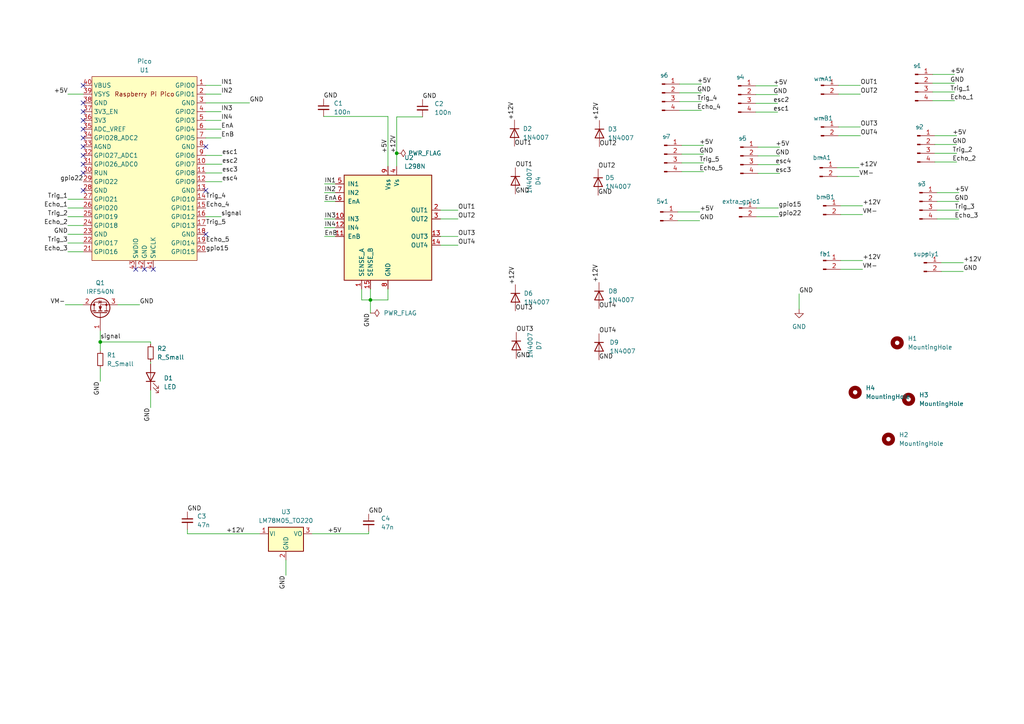
<source format=kicad_sch>
(kicad_sch (version 20230121) (generator eeschema)
  (paper "A4")
  (lib_symbols
    (symbol "Connector:Conn_01x02_Pin" (pin_names (offset 1.016) hide)
      (property "Reference" "J" (at 0 2.54 0))
      (property "Value" "Conn_01x02_Pin" (at 0 -5.08 0))
      (symbol "Conn_01x02_Pin_1_1"
        (polyline (pts (xy 1.27 -2.54) (xy 0.8636 -2.54)) (stroke (width 0.1524)))
        (polyline (pts (xy 1.27 0) (xy 0.8636 0)) (stroke (width 0.1524)))
        (rectangle (start 0.8636 -2.413) (end 0 -2.667) (stroke (width 0.1524)) (fill (type outline)))
        (rectangle (start 0.8636 0.127) (end 0 -0.127) (stroke (width 0.1524)) (fill (type outline)))
        (pin passive line (at 5.08 0 180) (length 3.81) (name "Pin_1") (number "1"))
        (pin passive line (at 5.08 -2.54 180) (length 3.81) (name "Pin_2") (number "2"))
      )
    )
    (symbol "Connector:Conn_01x04_Pin" (pin_names (offset 1.016) hide)
      (property "Reference" "J" (at 0 5.08 0))
      (property "Value" "Conn_01x04_Pin" (at 0 -7.62 0))
      (symbol "Conn_01x04_Pin_1_1"
        (polyline (pts (xy 1.27 -5.08) (xy 0.8636 -5.08)) (stroke (width 0.1524)))
        (polyline (pts (xy 1.27 -2.54) (xy 0.8636 -2.54)) (stroke (width 0.1524)))
        (polyline (pts (xy 1.27 0) (xy 0.8636 0)) (stroke (width 0.1524)))
        (polyline (pts (xy 1.27 2.54) (xy 0.8636 2.54)) (stroke (width 0.1524)))
        (rectangle (start 0.8636 -4.953) (end 0 -5.207) (stroke (width 0.1524)) (fill (type outline)))
        (rectangle (start 0.8636 -2.413) (end 0 -2.667) (stroke (width 0.1524)) (fill (type outline)))
        (rectangle (start 0.8636 0.127) (end 0 -0.127) (stroke (width 0.1524)) (fill (type outline)))
        (rectangle (start 0.8636 2.667) (end 0 2.413) (stroke (width 0.1524)) (fill (type outline)))
        (pin passive line (at 5.08 2.54 180) (length 3.81) (name "Pin_1") (number "1"))
        (pin passive line (at 5.08 0 180) (length 3.81) (name "Pin_2") (number "2"))
        (pin passive line (at 5.08 -2.54 180) (length 3.81) (name "Pin_3") (number "3"))
        (pin passive line (at 5.08 -5.08 180) (length 3.81) (name "Pin_4") (number "4"))
      )
    )
    (symbol "Device:C_Small" (pin_numbers hide) (pin_names (offset 0.254) hide)
      (property "Reference" "C" (at 0.254 1.778 0))
      (property "Value" "C_Small" (at 0.254 -2.032 0))
      (symbol "C_Small_0_1"
        (polyline (pts (xy -1.524 -0.508) (xy 1.524 -0.508)) (stroke (width 0.3302)))
        (polyline (pts (xy -1.524 0.508) (xy 1.524 0.508)) (stroke (width 0.3048)))
      )
      (symbol "C_Small_1_1"
        (pin passive line (at 0 2.54 270) (length 2.032) (name "~") (number "1"))
        (pin passive line (at 0 -2.54 90) (length 2.032) (name "~") (number "2"))
      )
    )
    (symbol "Device:LED" (pin_numbers hide) (pin_names (offset 1.016) hide)
      (property "Reference" "D" (at 0 2.54 0))
      (property "Value" "LED" (at 0 -2.54 0))
      (symbol "LED_0_1"
        (polyline (pts (xy -1.27 -1.27) (xy -1.27 1.27)) (stroke (width 0.254)))
        (polyline (pts (xy -1.27 0) (xy 1.27 0)))
        (polyline (pts (xy 1.27 -1.27) (xy 1.27 1.27) (xy -1.27 0) (xy 1.27 -1.27)) (stroke (width 0.254)))
        (polyline (pts (xy -3.048 -0.762) (xy -4.572 -2.286) (xy -3.81 -2.286) (xy -4.572 -2.286) (xy -4.572 -1.524)))
        (polyline (pts (xy -1.778 -0.762) (xy -3.302 -2.286) (xy -2.54 -2.286) (xy -3.302 -2.286) (xy -3.302 -1.524)))
      )
      (symbol "LED_1_1"
        (pin passive line (at -3.81 0 0) (length 2.54) (name "K") (number "1"))
        (pin passive line (at 3.81 0 180) (length 2.54) (name "A") (number "2"))
      )
    )
    (symbol "Device:R_Small" (pin_numbers hide) (pin_names (offset 0.254) hide)
      (property "Reference" "R" (at 0.762 0.508 0))
      (property "Value" "R_Small" (at 0.762 -1.016 0))
      (symbol "R_Small_0_1"
        (rectangle (start -0.762 1.778) (end 0.762 -1.778) (stroke (width 0.2032)))
      )
      (symbol "R_Small_1_1"
        (pin passive line (at 0 2.54 270) (length 0.762) (name "~") (number "1"))
        (pin passive line (at 0 -2.54 90) (length 0.762) (name "~") (number "2"))
      )
    )
    (symbol "Diode:1N4007" (pin_numbers hide) (pin_names hide)
      (property "Reference" "D" (at 0 2.54 0))
      (property "Value" "1N4007" (at 0 -2.54 0))
      (symbol "1N4007_0_1"
        (polyline (pts (xy -1.27 1.27) (xy -1.27 -1.27)) (stroke (width 0.254)))
        (polyline (pts (xy 1.27 0) (xy -1.27 0)))
        (polyline (pts (xy 1.27 1.27) (xy 1.27 -1.27) (xy -1.27 0) (xy 1.27 1.27)) (stroke (width 0.254)))
      )
      (symbol "1N4007_1_1"
        (pin passive line (at -3.81 0 0) (length 2.54) (name "K") (number "1"))
        (pin passive line (at 3.81 0 180) (length 2.54) (name "A") (number "2"))
      )
    )
    (symbol "Driver_Motor:L298N" (pin_names (offset 1.016))
      (property "Reference" "U" (at -10.16 16.51 0))
      (property "Value" "L298N" (at 12.7 16.51 0))
      (symbol "L298N_0_1"
        (rectangle (start -12.7 15.24) (end 12.7 -15.24) (stroke (width 0.254)) (fill (type background)))
      )
      (symbol "L298N_1_1"
        (pin power_in line (at -7.62 -17.78 90) (length 2.54) (name "SENSE_A") (number "1"))
        (pin input line (at -15.24 2.54 0) (length 2.54) (name "IN3") (number "10"))
        (pin input line (at -15.24 -2.54 0) (length 2.54) (name "EnB") (number "11"))
        (pin input line (at -15.24 0 0) (length 2.54) (name "IN4") (number "12"))
        (pin output line (at 15.24 -2.54 180) (length 2.54) (name "OUT3") (number "13"))
        (pin output line (at 15.24 -5.08 180) (length 2.54) (name "OUT4") (number "14"))
        (pin power_in line (at -5.08 -17.78 90) (length 2.54) (name "SENSE_B") (number "15"))
        (pin output line (at 15.24 5.08 180) (length 2.54) (name "OUT1") (number "2"))
        (pin output line (at 15.24 2.54 180) (length 2.54) (name "OUT2") (number "3"))
        (pin power_in line (at 2.54 17.78 270) (length 2.54) (name "Vs") (number "4"))
        (pin input line (at -15.24 12.7 0) (length 2.54) (name "IN1") (number "5"))
        (pin input line (at -15.24 7.62 0) (length 2.54) (name "EnA") (number "6"))
        (pin input line (at -15.24 10.16 0) (length 2.54) (name "IN2") (number "7"))
        (pin power_in line (at 0 -17.78 90) (length 2.54) (name "GND") (number "8"))
        (pin power_in line (at 0 17.78 270) (length 2.54) (name "Vss") (number "9"))
      )
    )
    (symbol "MCU_RaspberryPi_and_Boards_1:Pico"
      (property "Reference" "U" (at -13.97 27.94 0))
      (property "Value" "Pico" (at 0 19.05 0))
      (symbol "Pico_0_0"
        (text "Raspberry Pi Pico" (at 0 21.59 0) (effects (font (size 1.27 1.27))))
      )
      (symbol "Pico_0_1"
        (rectangle (start -15.24 26.67) (end 15.24 -26.67) (fill (type background)))
      )
      (symbol "Pico_1_1"
        (pin bidirectional line (at -17.78 24.13 0) (length 2.54) (name "GPIO0") (number "1"))
        (pin bidirectional line (at -17.78 1.27 0) (length 2.54) (name "GPIO7") (number "10"))
        (pin bidirectional line (at -17.78 -1.27 0) (length 2.54) (name "GPIO8") (number "11"))
        (pin bidirectional line (at -17.78 -3.81 0) (length 2.54) (name "GPIO9") (number "12"))
        (pin power_in line (at -17.78 -6.35 0) (length 2.54) (name "GND") (number "13"))
        (pin bidirectional line (at -17.78 -8.89 0) (length 2.54) (name "GPIO10") (number "14"))
        (pin bidirectional line (at -17.78 -11.43 0) (length 2.54) (name "GPIO11") (number "15"))
        (pin bidirectional line (at -17.78 -13.97 0) (length 2.54) (name "GPIO12") (number "16"))
        (pin bidirectional line (at -17.78 -16.51 0) (length 2.54) (name "GPIO13") (number "17"))
        (pin power_in line (at -17.78 -19.05 0) (length 2.54) (name "GND") (number "18"))
        (pin bidirectional line (at -17.78 -21.59 0) (length 2.54) (name "GPIO14") (number "19"))
        (pin bidirectional line (at -17.78 21.59 0) (length 2.54) (name "GPIO1") (number "2"))
        (pin bidirectional line (at -17.78 -24.13 0) (length 2.54) (name "GPIO15") (number "20"))
        (pin bidirectional line (at 17.78 -24.13 180) (length 2.54) (name "GPIO16") (number "21"))
        (pin bidirectional line (at 17.78 -21.59 180) (length 2.54) (name "GPIO17") (number "22"))
        (pin power_in line (at 17.78 -19.05 180) (length 2.54) (name "GND") (number "23"))
        (pin bidirectional line (at 17.78 -16.51 180) (length 2.54) (name "GPIO18") (number "24"))
        (pin bidirectional line (at 17.78 -13.97 180) (length 2.54) (name "GPIO19") (number "25"))
        (pin bidirectional line (at 17.78 -11.43 180) (length 2.54) (name "GPIO20") (number "26"))
        (pin bidirectional line (at 17.78 -8.89 180) (length 2.54) (name "GPIO21") (number "27"))
        (pin power_in line (at 17.78 -6.35 180) (length 2.54) (name "GND") (number "28"))
        (pin bidirectional line (at 17.78 -3.81 180) (length 2.54) (name "GPIO22") (number "29"))
        (pin power_in line (at -17.78 19.05 0) (length 2.54) (name "GND") (number "3"))
        (pin input line (at 17.78 -1.27 180) (length 2.54) (name "RUN") (number "30"))
        (pin bidirectional line (at 17.78 1.27 180) (length 2.54) (name "GPIO26_ADC0") (number "31"))
        (pin bidirectional line (at 17.78 3.81 180) (length 2.54) (name "GPIO27_ADC1") (number "32"))
        (pin power_in line (at 17.78 6.35 180) (length 2.54) (name "AGND") (number "33"))
        (pin bidirectional line (at 17.78 8.89 180) (length 2.54) (name "GPIO28_ADC2") (number "34"))
        (pin power_in line (at 17.78 11.43 180) (length 2.54) (name "ADC_VREF") (number "35"))
        (pin power_in line (at 17.78 13.97 180) (length 2.54) (name "3V3") (number "36"))
        (pin input line (at 17.78 16.51 180) (length 2.54) (name "3V3_EN") (number "37"))
        (pin bidirectional line (at 17.78 19.05 180) (length 2.54) (name "GND") (number "38"))
        (pin power_in line (at 17.78 21.59 180) (length 2.54) (name "VSYS") (number "39"))
        (pin bidirectional line (at -17.78 16.51 0) (length 2.54) (name "GPIO2") (number "4"))
        (pin power_in line (at 17.78 24.13 180) (length 2.54) (name "VBUS") (number "40"))
        (pin input line (at -2.54 -29.21 90) (length 2.54) (name "SWCLK") (number "41"))
        (pin power_in line (at 0 -29.21 90) (length 2.54) (name "GND") (number "42"))
        (pin bidirectional line (at 2.54 -29.21 90) (length 2.54) (name "SWDIO") (number "43"))
        (pin bidirectional line (at -17.78 13.97 0) (length 2.54) (name "GPIO3") (number "5"))
        (pin bidirectional line (at -17.78 11.43 0) (length 2.54) (name "GPIO4") (number "6"))
        (pin bidirectional line (at -17.78 8.89 0) (length 2.54) (name "GPIO5") (number "7"))
        (pin power_in line (at -17.78 6.35 0) (length 2.54) (name "GND") (number "8"))
        (pin bidirectional line (at -17.78 3.81 0) (length 2.54) (name "GPIO6") (number "9"))
      )
    )
    (symbol "Mechanical:MountingHole" (pin_names (offset 1.016))
      (property "Reference" "H" (at 0 5.08 0))
      (property "Value" "MountingHole" (at 0 3.175 0))
      (symbol "MountingHole_0_1"
        (circle (center 0 0) (radius 1.27) (stroke (width 1.27)))
      )
    )
    (symbol "Regulator_Linear:LM78M05_TO220" (pin_names (offset 0.254))
      (property "Reference" "U" (at -3.81 3.175 0))
      (property "Value" "LM78M05_TO220" (at 0 3.175 0))
      (symbol "LM78M05_TO220_0_1"
        (rectangle (start -5.08 1.905) (end 5.08 -5.08) (stroke (width 0.254)) (fill (type background)))
      )
      (symbol "LM78M05_TO220_1_1"
        (pin power_in line (at -7.62 0 0) (length 2.54) (name "VI") (number "1"))
        (pin power_in line (at 0 -7.62 90) (length 2.54) (name "GND") (number "2"))
        (pin power_out line (at 7.62 0 180) (length 2.54) (name "VO") (number "3"))
      )
    )
    (symbol "Transistor_FET:IRF540N" (pin_names hide)
      (property "Reference" "Q" (at 6.35 1.905 0))
      (property "Value" "IRF540N" (at 6.35 0 0))
      (symbol "IRF540N_0_1"
        (polyline (pts (xy 0.254 0) (xy -2.54 0)))
        (polyline (pts (xy 0.254 1.905) (xy 0.254 -1.905)) (stroke (width 0.254)))
        (polyline (pts (xy 0.762 -1.27) (xy 0.762 -2.286)) (stroke (width 0.254)))
        (polyline (pts (xy 0.762 0.508) (xy 0.762 -0.508)) (stroke (width 0.254)))
        (polyline (pts (xy 0.762 2.286) (xy 0.762 1.27)) (stroke (width 0.254)))
        (polyline (pts (xy 2.54 2.54) (xy 2.54 1.778)))
        (polyline (pts (xy 2.54 -2.54) (xy 2.54 0) (xy 0.762 0)))
        (polyline (pts (xy 0.762 -1.778) (xy 3.302 -1.778) (xy 3.302 1.778) (xy 0.762 1.778)))
        (polyline (pts (xy 1.016 0) (xy 2.032 0.381) (xy 2.032 -0.381) (xy 1.016 0)) (fill (type outline)))
        (polyline (pts (xy 2.794 0.508) (xy 2.921 0.381) (xy 3.683 0.381) (xy 3.81 0.254)))
        (polyline (pts (xy 3.302 0.381) (xy 2.921 -0.254) (xy 3.683 -0.254) (xy 3.302 0.381)))
        (circle (center 1.651 0) (radius 2.794) (stroke (width 0.254)))
        (circle (center 2.54 -1.778) (radius 0.254) (fill (type outline)))
        (circle (center 2.54 1.778) (radius 0.254) (fill (type outline)))
      )
      (symbol "IRF540N_1_1"
        (pin input line (at -5.08 0 0) (length 2.54) (name "G") (number "1"))
        (pin passive line (at 2.54 5.08 270) (length 2.54) (name "D") (number "2"))
        (pin passive line (at 2.54 -5.08 90) (length 2.54) (name "S") (number "3"))
      )
    )
    (symbol "power:GND" (power) (pin_names (offset 0))
      (property "Value" "GND" (at 0 -3.81 0))
      (symbol "GND_0_1"
        (polyline (pts (xy 0 0) (xy 0 -1.27) (xy 1.27 -1.27) (xy 0 -2.54) (xy -1.27 -1.27) (xy 0 -1.27)))
      )
      (symbol "GND_1_1"
        (pin power_in line (at 0 0 270) (length 0) hide (name "GND") (number "1"))
      )
    )
    (symbol "power:PWR_FLAG" (power) (pin_numbers hide) (pin_names (offset 0) hide)
      (property "Value" "PWR_FLAG" (at 0 3.81 0))
      (symbol "PWR_FLAG_0_0"
        (pin power_out line (at 0 0 90) (length 0) (name "pwr") (number "1"))
      )
      (symbol "PWR_FLAG_0_1"
        (polyline (pts (xy 0 0) (xy 0 1.27) (xy -1.016 1.905) (xy 0 2.54) (xy 1.016 1.905) (xy 0 1.27)))
      )
    )
  )
  (junction (at 107.442 86.995))
  (junction (at 115.062 44.45))
  (junction (at 29.083 99.187))
  (no_connect (at 41.91 78.105))
  (no_connect (at 24.13 32.385))
  (no_connect (at 39.37 78.105))
  (no_connect (at 24.13 40.005))
  (no_connect (at 24.13 24.765))
  (no_connect (at 24.13 34.925))
  (no_connect (at 44.45 78.105))
  (no_connect (at 24.13 42.545))
  (no_connect (at 24.13 37.465))
  (no_connect (at 24.13 55.245))
  (no_connect (at 59.69 42.545))
  (no_connect (at 24.13 50.165))
  (no_connect (at 59.69 67.945))
  (no_connect (at 24.13 47.625))
  (no_connect (at 24.13 29.845))
  (no_connect (at 24.13 45.085))
  (no_connect (at 59.69 55.245))
  (wire (pts (xy 270.51 26.67) (xy 276.86 26.67)))
  (wire (pts (xy 115.062 44.45) (xy 115.062 33.909)))
  (wire (pts (xy 243.84 78.105) (xy 250.19 78.105)))
  (wire (pts (xy 59.69 29.845) (xy 72.39 29.845)))
  (wire (pts (xy 24.13 57.785) (xy 19.685 57.785)))
  (wire (pts (xy 219.456 62.865) (xy 225.806 62.865)))
  (wire (pts (xy 112.522 33.782) (xy 93.853 33.782)))
  (wire (pts (xy 271.78 60.96) (xy 278.13 60.96)))
  (wire (pts (xy 43.688 99.187) (xy 43.688 99.822)))
  (wire (pts (xy 127.762 68.58) (xy 132.842 68.58)))
  (wire (pts (xy 271.78 55.88) (xy 278.13 55.88)))
  (wire (pts (xy 127.762 71.12) (xy 132.842 71.12)))
  (wire (pts (xy 24.13 62.865) (xy 19.685 62.865)))
  (wire (pts (xy 59.69 37.465) (xy 64.135 37.465)))
  (wire (pts (xy 197.104 29.464) (xy 203.454 29.464)))
  (wire (pts (xy 271.145 46.99) (xy 277.495 46.99)))
  (wire (pts (xy 219.837 42.672) (xy 226.187 42.672)))
  (wire (pts (xy 94.107 58.42) (xy 97.282 58.42)))
  (wire (pts (xy 219.202 27.432) (xy 225.552 27.432)))
  (wire (pts (xy 59.69 27.305) (xy 64.135 27.305)))
  (wire (pts (xy 112.522 83.82) (xy 112.522 86.995)))
  (wire (pts (xy 197.739 42.164) (xy 204.089 42.164)))
  (wire (pts (xy 59.69 47.625) (xy 64.389 47.625)))
  (wire (pts (xy 196.596 61.468) (xy 202.946 61.468)))
  (wire (pts (xy 59.69 62.865) (xy 64.135 62.865)))
  (wire (pts (xy 94.107 68.58) (xy 97.282 68.58)))
  (wire (pts (xy 271.78 63.5) (xy 278.13 63.5)))
  (wire (pts (xy 219.837 45.212) (xy 226.187 45.212)))
  (wire (pts (xy 29.083 99.187) (xy 43.688 99.187)))
  (wire (pts (xy 59.69 34.925) (xy 64.135 34.925)))
  (wire (pts (xy 29.083 96.012) (xy 29.083 99.187)))
  (wire (pts (xy 219.456 60.325) (xy 225.806 60.325)))
  (wire (pts (xy 59.69 52.705) (xy 64.389 52.705)))
  (wire (pts (xy 59.69 50.165) (xy 64.389 50.165)))
  (wire (pts (xy 43.688 104.902) (xy 43.688 105.537)))
  (wire (pts (xy 94.107 55.88) (xy 97.282 55.88)))
  (wire (pts (xy 271.145 41.91) (xy 277.495 41.91)))
  (wire (pts (xy 43.688 113.157) (xy 43.688 118.237)))
  (wire (pts (xy 112.522 33.782) (xy 112.522 48.26)))
  (wire (pts (xy 273.05 76.2) (xy 279.4 76.2)))
  (wire (pts (xy 115.062 44.45) (xy 115.062 48.26)))
  (wire (pts (xy 243.205 27.305) (xy 249.555 27.305)))
  (wire (pts (xy 196.596 64.008) (xy 202.946 64.008)))
  (wire (pts (xy 59.69 40.005) (xy 64.135 40.005)))
  (wire (pts (xy 54.356 154.813) (xy 54.356 153.543)))
  (wire (pts (xy 24.13 70.485) (xy 19.685 70.485)))
  (wire (pts (xy 107.442 86.995) (xy 112.522 86.995)))
  (wire (pts (xy 219.202 32.512) (xy 225.552 32.512)))
  (wire (pts (xy 243.205 36.83) (xy 249.555 36.83)))
  (wire (pts (xy 243.84 62.23) (xy 250.19 62.23)))
  (wire (pts (xy 24.13 73.025) (xy 19.685 73.025)))
  (wire (pts (xy 106.934 154.813) (xy 106.934 154.178)))
  (wire (pts (xy 34.163 88.392) (xy 40.513 88.392)))
  (wire (pts (xy 197.104 32.004) (xy 203.454 32.004)))
  (wire (pts (xy 29.083 106.807) (xy 29.083 110.617)))
  (wire (pts (xy 24.13 60.325) (xy 19.685 60.325)))
  (wire (pts (xy 219.837 50.292) (xy 226.187 50.292)))
  (wire (pts (xy 59.69 45.085) (xy 64.389 45.085)))
  (wire (pts (xy 197.739 47.244) (xy 204.089 47.244)))
  (wire (pts (xy 243.84 75.565) (xy 250.19 75.565)))
  (wire (pts (xy 104.902 83.82) (xy 104.902 86.995)))
  (wire (pts (xy 197.104 24.384) (xy 203.454 24.384)))
  (wire (pts (xy 127.762 63.5) (xy 132.842 63.5)))
  (wire (pts (xy 59.69 32.385) (xy 64.135 32.385)))
  (wire (pts (xy 242.824 51.181) (xy 249.174 51.181)))
  (wire (pts (xy 270.51 24.13) (xy 276.86 24.13)))
  (wire (pts (xy 243.205 39.37) (xy 249.555 39.37)))
  (wire (pts (xy 19.685 27.305) (xy 24.13 27.305)))
  (wire (pts (xy 19.685 67.945) (xy 24.13 67.945)))
  (wire (pts (xy 197.104 26.924) (xy 203.454 26.924)))
  (wire (pts (xy 242.824 48.641) (xy 249.174 48.641)))
  (wire (pts (xy 54.356 154.813) (xy 75.311 154.813)))
  (wire (pts (xy 243.205 24.765) (xy 249.555 24.765)))
  (wire (pts (xy 82.931 162.433) (xy 82.931 166.878)))
  (wire (pts (xy 107.442 83.82) (xy 107.442 86.995)))
  (wire (pts (xy 24.13 65.405) (xy 19.685 65.405)))
  (wire (pts (xy 271.78 58.42) (xy 278.13 58.42)))
  (wire (pts (xy 94.107 63.5) (xy 97.282 63.5)))
  (wire (pts (xy 94.107 53.34) (xy 97.282 53.34)))
  (wire (pts (xy 127.762 60.96) (xy 132.842 60.96)))
  (wire (pts (xy 273.05 78.74) (xy 279.4 78.74)))
  (wire (pts (xy 271.145 39.37) (xy 277.495 39.37)))
  (wire (pts (xy 197.739 44.704) (xy 204.089 44.704)))
  (wire (pts (xy 219.202 29.972) (xy 225.552 29.972)))
  (wire (pts (xy 59.69 24.765) (xy 64.135 24.765)))
  (wire (pts (xy 29.083 99.187) (xy 29.083 101.727)))
  (wire (pts (xy 18.923 88.392) (xy 24.003 88.392)))
  (wire (pts (xy 270.51 21.59) (xy 276.86 21.59)))
  (wire (pts (xy 115.062 33.909) (xy 122.555 33.909)))
  (wire (pts (xy 231.775 85.217) (xy 231.775 89.662)))
  (wire (pts (xy 94.107 66.04) (xy 97.282 66.04)))
  (wire (pts (xy 219.202 24.892) (xy 225.552 24.892)))
  (wire (pts (xy 104.902 86.995) (xy 107.442 86.995)))
  (wire (pts (xy 270.51 29.21) (xy 276.86 29.21)))
  (wire (pts (xy 107.442 86.995) (xy 107.442 90.805)))
  (wire (pts (xy 90.551 154.813) (xy 106.934 154.813)))
  (wire (pts (xy 219.837 47.752) (xy 226.187 47.752)))
  (wire (pts (xy 243.84 59.69) (xy 250.19 59.69)))
  (wire (pts (xy 197.739 49.784) (xy 204.089 49.784)))
  (wire (pts (xy 271.145 44.45) (xy 277.495 44.45)))
  (label "Echo_5" (at 202.819 49.784 0))
  (label "VM-" (at 18.923 88.392 180))
  (label "Echo_5" (at 59.69 70.485 0))
  (label "OUT4" (at 249.555 39.37 0))
  (label "+12V" (at 173.863 34.925 90))
  (label "Trig_2" (at 276.225 44.45 0))
  (label "GND" (at 202.946 64.008 0))
  (label "VM-" (at 249.174 51.181 0))
  (label "VM-" (at 250.19 62.23 0))
  (label "+12V" (at 250.19 59.69 0))
  (label "GND" (at 276.86 58.42 0))
  (label "GND" (at 40.513 88.392 0))
  (label "+12V" (at 249.174 48.641 0))
  (label "GND" (at 43.688 118.237 270))
  (label "Trig_3" (at 19.685 70.485 180))
  (label "Echo_1" (at 19.685 60.325 180))
  (label "OUT1" (at 149.225 42.418 0))
  (label "OUT4" (at 173.736 96.774 0))
  (label "GND" (at 224.917 45.212 0))
  (label "EnB" (at 64.135 40.005 0))
  (label "+5V" (at 275.59 21.59 0))
  (label "+5V" (at 224.282 24.892 0))
  (label "+5V" (at 94.996 154.813 0))
  (label "GND" (at 19.685 67.945 180))
  (label "signal" (at 64.135 62.865 0))
  (label "Trig_5" (at 202.819 47.244 0))
  (label "Trig_1" (at 19.685 57.785 180))
  (label "GND" (at 106.934 149.098 0))
  (label "OUT1" (at 149.479 48.641 0))
  (label "GND" (at 231.775 85.217 0))
  (label "gpio15" (at 59.69 73.025 0))
  (label "Echo_3" (at 19.685 73.025 180))
  (label "GND" (at 149.733 104.013 0))
  (label "Trig_1" (at 275.59 26.67 0))
  (label "esc4" (at 224.917 47.752 0))
  (label "gpio22" (at 225.806 62.865 0))
  (label "GND" (at 54.356 148.463 0))
  (label "GND" (at 122.555 28.829 0))
  (label "EnB" (at 94.107 68.58 0))
  (label "GND" (at 173.736 104.394 0))
  (label "VM-" (at 250.19 78.105 0))
  (label "OUT2" (at 173.482 49.022 0))
  (label "Echo_3" (at 276.86 63.5 0))
  (label "+5V" (at 112.522 44.45 90))
  (label "GND" (at 202.184 26.924 0))
  (label "GND" (at 173.482 56.642 0))
  (label "Echo_4" (at 59.69 60.325 0))
  (label "esc2" (at 224.282 29.972 0))
  (label "gpio22" (at 24.13 52.705 180))
  (label "+12V" (at 70.866 154.813 180))
  (label "OUT3" (at 249.555 36.83 0))
  (label "OUT1" (at 132.842 60.96 0))
  (label "+12V" (at 279.4 76.2 0))
  (label "EnA" (at 64.135 37.465 0))
  (label "+12V" (at 115.062 44.45 90))
  (label "Trig_3" (at 276.86 60.96 0))
  (label "GND" (at 149.479 56.261 0))
  (label "GND" (at 72.39 29.845 0))
  (label "esc4" (at 64.389 52.705 0))
  (label "+5V" (at 202.946 61.468 0))
  (label "IN2" (at 64.135 27.305 0))
  (label "signal" (at 29.083 98.552 0))
  (label "OUT3" (at 149.479 90.17 0))
  (label "Trig_5" (at 59.69 65.405 0))
  (label "+5V" (at 276.225 39.37 0))
  (label "IN1" (at 94.107 53.34 0))
  (label "GND" (at 29.083 110.617 270))
  (label "GND" (at 224.282 27.432 0))
  (label "Echo_1" (at 275.59 29.21 0))
  (label "+5V" (at 19.685 27.305 180))
  (label "GND" (at 107.442 90.805 270))
  (label "IN1" (at 64.135 24.765 0))
  (label "gpio15" (at 225.806 60.325 0))
  (label "Trig_2" (at 19.685 62.865 180))
  (label "+5V" (at 202.819 42.164 0))
  (label "IN4" (at 94.107 66.04 0))
  (label "OUT4" (at 173.736 89.535 0))
  (label "GND" (at 202.819 44.704 0))
  (label "GND" (at 93.853 28.702 0))
  (label "+12V" (at 173.736 81.915 90))
  (label "Echo_2" (at 276.225 46.99 0))
  (label "IN4" (at 64.135 34.925 0))
  (label "OUT2" (at 249.555 27.305 0))
  (label "+5V" (at 224.917 42.672 0))
  (label "OUT3" (at 149.733 96.393 0))
  (label "OUT2" (at 132.842 63.5 0))
  (label "GND" (at 82.931 166.878 270))
  (label "OUT3" (at 132.842 68.58 0))
  (label "+5V" (at 202.184 24.384 0))
  (label "OUT4" (at 132.842 71.12 0))
  (label "EnA" (at 94.107 58.42 0))
  (label "OUT2" (at 173.863 42.545 0))
  (label "OUT1" (at 249.555 24.765 0))
  (label "esc1" (at 224.282 32.512 0))
  (label "+5V" (at 276.86 55.88 0))
  (label "IN3" (at 94.107 63.5 0))
  (label "esc1" (at 64.389 45.085 0))
  (label "Trig_4" (at 202.184 29.464 0))
  (label "esc2" (at 64.389 47.625 0))
  (label "esc3" (at 224.917 50.292 0))
  (label "Trig_4" (at 59.69 57.785 0))
  (label "IN2" (at 94.107 55.88 0))
  (label "esc3" (at 64.389 50.165 0))
  (label "+12V" (at 149.225 34.798 90))
  (label "+12V" (at 149.479 82.55 90))
  (label "IN3" (at 64.135 32.385 0))
  (label "GND" (at 275.59 24.13 0))
  (label "Echo_4" (at 202.184 32.004 0))
  (label "GND" (at 279.4 78.74 0))
  (label "GND" (at 276.225 41.91 0))
  (label "Echo_2" (at 19.685 65.405 180))
  (label "+12V" (at 250.19 75.565 0))
  (symbol (lib_id "Diode:1N4007") (at 149.479 52.451 270) (unit 1)
    (property "Reference" "D4" (at 156.083 52.451 0))
    (property "Value" "1N4007" (at 153.543 52.451 0))
    (property "Footprint" "Diode_THT:D_DO-41_SOD81_P10.16mm_Horizontal" (effects hide))
    (property "Datasheet" "http://www.vishay.com/docs/88503/1n4001.pdf" (effects hide))
    (property "Sim.Device" "D" (effects hide))
    (property "Sim.Pins" "1=K 2=A" (effects hide))
  )
  (symbol (lib_id "Device:C_Small") (at 122.555 31.369 0) (unit 1)
    (property "Reference" "C2" (at 125.984 30.1053 0) (effects (justify left)))
    (property "Value" "100n" (at 125.984 32.6453 0) (effects (justify left)))
    (property "Footprint" "Capacitor_THT:C_Disc_D5.0mm_W2.5mm_P5.00mm" (effects hide))
  )
  (symbol (lib_id "Connector:Conn_01x02_Pin") (at 214.376 60.325 0) (unit 1)
    (property "Reference" "extra_gpio1" (at 215.011 58.42 0))
    (property "Value" "~" (at 215.011 58.42 0))
    (property "Footprint" "Connector_PinHeader_2.54mm:PinHeader_1x02_P2.54mm_Horizontal" (effects hide))
  )
  (symbol (lib_id "Connector:Conn_01x02_Pin") (at 237.744 48.641 0) (unit 1)
    (property "Reference" "bmA1" (at 238.379 45.72 0))
    (property "Value" "~" (at 238.379 45.72 0))
    (property "Footprint" "TerminalBlock_Phoenix:TerminalBlock_Phoenix_MKDS-1,5-2-5.08_1x02_P5.08mm_Horizontal" (effects hide))
  )
  (symbol (lib_id "Device:LED") (at 43.688 109.347 90) (unit 1)
    (property "Reference" "D1" (at 47.498 109.6645 90) (effects (justify right)))
    (property "Value" "LED" (at 47.498 112.2045 90) (effects (justify right)))
    (property "Footprint" "LED_SMD:LED_1206_3216Metric" (effects hide))
  )
  (symbol (lib_id "Mechanical:MountingHole") (at 263.525 115.824 0) (unit 1)
    (property "Reference" "H3" (at 266.573 114.554 0) (effects (justify left)))
    (property "Value" "MountingHole" (at 266.573 117.094 0) (effects (justify left)))
    (property "Footprint" "MountingHole:MountingHole_3mm" (effects hide))
  )
  (symbol (lib_id "Connector:Conn_01x02_Pin") (at 191.516 61.468 0) (unit 1)
    (property "Reference" "5v1" (at 192.151 58.42 0))
    (property "Value" "~" (at 192.151 58.547 0))
    (property "Footprint" "TerminalBlock_Phoenix:TerminalBlock_Phoenix_MKDS-1,5-2-5.08_1x02_P5.08mm_Horizontal" (effects hide))
  )
  (symbol (lib_id "Diode:1N4007") (at 149.733 100.203 270) (unit 1)
    (property "Reference" "D7" (at 156.337 100.203 0))
    (property "Value" "1N4007" (at 153.797 100.203 0))
    (property "Footprint" "Diode_THT:D_DO-41_SOD81_P10.16mm_Horizontal" (effects hide))
    (property "Datasheet" "http://www.vishay.com/docs/88503/1n4001.pdf" (effects hide))
    (property "Sim.Device" "D" (effects hide))
    (property "Sim.Pins" "1=K 2=A" (effects hide))
  )
  (symbol (lib_id "Device:R_Small") (at 29.083 104.267 0) (unit 1)
    (property "Reference" "R1" (at 30.988 102.997 0) (effects (justify left)))
    (property "Value" "R_Small" (at 30.988 105.537 0) (effects (justify left)))
    (property "Footprint" "Resistor_THT:R_Axial_DIN0309_L9.0mm_D3.2mm_P12.70mm_Horizontal" (effects hide))
  )
  (symbol (lib_id "Driver_Motor:L298N") (at 112.522 66.04 0) (unit 1)
    (property "Reference" "U2" (at 117.2561 45.72 0) (effects (justify left)))
    (property "Value" "L298N" (at 117.2561 48.26 0) (effects (justify left)))
    (property "Footprint" "Package_TO_SOT_THT:TO-220-15_P2.54x2.54mm_StaggerOdd_Lead4.58mm_Vertical" (effects hide))
    (property "Datasheet" "http://www.st.com/st-web-ui/static/active/en/resource/technical/document/datasheet/CD00000240.pdf" (effects hide))
  )
  (symbol (lib_id "Connector:Conn_01x04_Pin") (at 192.024 26.924 0) (unit 1)
    (property "Reference" "s6" (at 192.659 21.844 0))
    (property "Value" "~" (at 192.659 21.844 0))
    (property "Footprint" "Connector_PinHeader_2.54mm:PinHeader_1x04_P2.54mm_Horizontal" (effects hide))
  )
  (symbol (lib_id "Connector:Conn_01x02_Pin") (at 238.76 59.69 0) (unit 1)
    (property "Reference" "bmB1" (at 239.395 57.15 0))
    (property "Value" "~" (at 239.395 57.15 0))
    (property "Footprint" "TerminalBlock_Phoenix:TerminalBlock_Phoenix_MKDS-1,5-2-5.08_1x02_P5.08mm_Horizontal" (effects hide))
  )
  (symbol (lib_id "Connector:Conn_01x02_Pin") (at 238.125 36.83 0) (unit 1)
    (property "Reference" "wmB1" (at 238.76 34.29 0))
    (property "Value" "~" (at 238.76 34.29 0))
    (property "Footprint" "TerminalBlock_Phoenix:TerminalBlock_Phoenix_MKDS-1,5-2-5.08_1x02_P5.08mm_Horizontal" (effects hide))
  )
  (symbol (lib_id "power:PWR_FLAG") (at 115.062 44.45 270) (unit 1)
    (property "Reference" "#FLG01" (effects hide))
    (property "Value" "PWR_FLAG" (at 118.364 44.45 90) (effects (justify left)))
  )
  (symbol (lib_id "Diode:1N4007") (at 149.479 86.36 270) (unit 1)
    (property "Reference" "D6" (at 151.892 85.09 90) (effects (justify left)))
    (property "Value" "1N4007" (at 151.892 87.63 90) (effects (justify left)))
    (property "Footprint" "Diode_THT:D_DO-41_SOD81_P10.16mm_Horizontal" (effects hide))
    (property "Datasheet" "http://www.vishay.com/docs/88503/1n4001.pdf" (effects hide))
    (property "Sim.Device" "D" (effects hide))
    (property "Sim.Pins" "1=K 2=A" (effects hide))
  )
  (symbol (lib_id "Connector:Conn_01x02_Pin") (at 238.125 24.765 0) (unit 1)
    (property "Reference" "wmA1" (at 238.76 22.86 0))
    (property "Value" "~" (at 238.76 22.86 0))
    (property "Footprint" "TerminalBlock_Phoenix:TerminalBlock_Phoenix_MKDS-1,5-2-5.08_1x02_P5.08mm_Horizontal" (effects hide))
  )
  (symbol (lib_id "Regulator_Linear:LM78M05_TO220") (at 82.931 154.813 0) (unit 1)
    (property "Reference" "U3" (at 82.931 148.463 0))
    (property "Value" "LM78M05_TO220" (at 82.931 151.003 0))
    (property "Footprint" "Package_TO_SOT_THT:TO-220-3_Vertical" (effects hide))
    (property "Datasheet" "https://www.onsemi.com/pub/Collateral/MC78M00-D.PDF" (effects hide))
  )
  (symbol (lib_id "Diode:1N4007") (at 173.863 38.735 270) (unit 1)
    (property "Reference" "D3" (at 176.276 37.465 90) (effects (justify left)))
    (property "Value" "1N4007" (at 176.276 40.005 90) (effects (justify left)))
    (property "Footprint" "Diode_THT:D_DO-41_SOD81_P10.16mm_Horizontal" (effects hide))
    (property "Datasheet" "http://www.vishay.com/docs/88503/1n4001.pdf" (effects hide))
    (property "Sim.Device" "D" (effects hide))
    (property "Sim.Pins" "1=K 2=A" (effects hide))
  )
  (symbol (lib_id "Connector:Conn_01x02_Pin") (at 238.76 75.565 0) (unit 1)
    (property "Reference" "fb1" (at 239.395 73.66 0))
    (property "Value" "~" (at 239.395 73.66 0))
    (property "Footprint" "TerminalBlock_Phoenix:TerminalBlock_Phoenix_MKDS-1,5-2-5.08_1x02_P5.08mm_Horizontal" (effects hide))
  )
  (symbol (lib_id "Mechanical:MountingHole") (at 260.223 99.441 0) (unit 1)
    (property "Reference" "H1" (at 263.271 98.171 0) (effects (justify left)))
    (property "Value" "MountingHole" (at 263.271 100.711 0) (effects (justify left)))
    (property "Footprint" "MountingHole:MountingHole_3mm" (effects hide))
  )
  (symbol (lib_id "Connector:Conn_01x04_Pin") (at 266.7 58.42 0) (unit 1)
    (property "Reference" "s3" (at 267.335 53.34 0))
    (property "Value" "~" (at 267.335 53.34 0))
    (property "Footprint" "Connector_PinHeader_2.54mm:PinHeader_1x04_P2.54mm_Horizontal" (effects hide))
  )
  (symbol (lib_id "power:PWR_FLAG") (at 107.442 90.805 270) (unit 1)
    (property "Reference" "#FLG02" (effects hide))
    (property "Value" "PWR_FLAG" (at 111.252 90.805 90) (effects (justify left)))
  )
  (symbol (lib_id "Connector:Conn_01x02_Pin") (at 267.97 76.2 0) (unit 1)
    (property "Reference" "supply1" (at 268.605 73.66 0))
    (property "Value" "~" (at 268.605 73.66 0))
    (property "Footprint" "TerminalBlock_Phoenix:TerminalBlock_Phoenix_MKDS-1,5-2-5.08_1x02_P5.08mm_Horizontal" (effects hide))
  )
  (symbol (lib_id "Device:C_Small") (at 106.934 151.638 0) (unit 1)
    (property "Reference" "C4" (at 110.49 150.3743 0) (effects (justify left)))
    (property "Value" "47n" (at 110.49 152.9143 0) (effects (justify left)))
    (property "Footprint" "Capacitor_THT:C_Disc_D5.0mm_W2.5mm_P5.00mm" (effects hide))
  )
  (symbol (lib_id "Connector:Conn_01x04_Pin") (at 266.065 41.91 0) (unit 1)
    (property "Reference" "s2" (at 266.7 36.83 0))
    (property "Value" "~" (at 266.7 36.83 0))
    (property "Footprint" "Connector_PinHeader_2.54mm:PinHeader_1x04_P2.54mm_Horizontal" (effects hide))
  )
  (symbol (lib_id "Transistor_FET:IRF540N") (at 29.083 90.932 90) (unit 1)
    (property "Reference" "Q1" (at 29.083 82.042 90))
    (property "Value" "IRF540N" (at 29.083 84.582 90))
    (property "Footprint" "Package_TO_SOT_THT:TO-220-3_Vertical" (effects hide))
    (property "Datasheet" "http://www.irf.com/product-info/datasheets/data/irf540n.pdf" (effects hide))
  )
  (symbol (lib_id "Mechanical:MountingHole") (at 248.031 113.792 0) (unit 1)
    (property "Reference" "H4" (at 251.079 112.522 0) (effects (justify left)))
    (property "Value" "MountingHole" (at 251.079 115.062 0) (effects (justify left)))
    (property "Footprint" "MountingHole:MountingHole_3mm" (effects hide))
  )
  (symbol (lib_id "power:GND") (at 231.775 89.662 0) (unit 1)
    (property "Reference" "#PWR02" (effects hide))
    (property "Value" "GND" (at 231.775 94.742 0))
  )
  (symbol (lib_id "Connector:Conn_01x04_Pin") (at 214.122 27.432 0) (unit 1)
    (property "Reference" "s4" (at 214.757 22.352 0))
    (property "Value" "~" (at 214.757 22.352 0))
    (property "Footprint" "Connector_PinHeader_2.54mm:PinHeader_1x04_P2.54mm_Horizontal" (effects hide))
  )
  (symbol (lib_id "Diode:1N4007") (at 173.736 85.725 270) (unit 1)
    (property "Reference" "D8" (at 176.403 84.455 90) (effects (justify left)))
    (property "Value" "1N4007" (at 176.403 86.995 90) (effects (justify left)))
    (property "Footprint" "Diode_THT:D_DO-41_SOD81_P10.16mm_Horizontal" (effects hide))
    (property "Datasheet" "http://www.vishay.com/docs/88503/1n4001.pdf" (effects hide))
    (property "Sim.Device" "D" (effects hide))
    (property "Sim.Pins" "1=K 2=A" (effects hide))
  )
  (symbol (lib_id "Device:C_Small") (at 93.853 31.242 0) (unit 1)
    (property "Reference" "C1" (at 96.774 29.9783 0) (effects (justify left)))
    (property "Value" "100n" (at 96.774 32.5183 0) (effects (justify left)))
    (property "Footprint" "Capacitor_THT:C_Disc_D5.0mm_W2.5mm_P5.00mm" (effects hide))
  )
  (symbol (lib_id "Connector:Conn_01x04_Pin") (at 214.757 45.212 0) (unit 1)
    (property "Reference" "s5" (at 215.392 40.132 0))
    (property "Value" "~" (at 215.392 40.132 0))
    (property "Footprint" "Connector_PinHeader_2.54mm:PinHeader_1x04_P2.54mm_Horizontal" (effects hide))
  )
  (symbol (lib_id "Connector:Conn_01x04_Pin") (at 192.659 44.704 0) (unit 1)
    (property "Reference" "s7" (at 193.294 39.624 0))
    (property "Value" "~" (at 193.294 39.624 0))
    (property "Footprint" "Connector_PinHeader_2.54mm:PinHeader_1x04_P2.54mm_Horizontal" (effects hide))
  )
  (symbol (lib_id "Diode:1N4007") (at 173.482 52.832 270) (unit 1)
    (property "Reference" "D5" (at 175.514 51.562 90) (effects (justify left)))
    (property "Value" "1N4007" (at 175.514 54.102 90) (effects (justify left)))
    (property "Footprint" "Diode_THT:D_DO-41_SOD81_P10.16mm_Horizontal" (effects hide))
    (property "Datasheet" "http://www.vishay.com/docs/88503/1n4001.pdf" (effects hide))
    (property "Sim.Device" "D" (effects hide))
    (property "Sim.Pins" "1=K 2=A" (effects hide))
  )
  (symbol (lib_id "Connector:Conn_01x04_Pin") (at 265.43 24.13 0) (unit 1)
    (property "Reference" "s1" (at 266.065 19.05 0))
    (property "Value" "~" (at 266.065 19.05 0))
    (property "Footprint" "Connector_PinHeader_2.54mm:PinHeader_1x04_P2.54mm_Horizontal" (effects hide))
  )
  (symbol (lib_id "Diode:1N4007") (at 149.225 38.608 270) (unit 1)
    (property "Reference" "D2" (at 151.638 37.338 90) (effects (justify left)))
    (property "Value" "1N4007" (at 151.638 39.878 90) (effects (justify left)))
    (property "Footprint" "Diode_THT:D_DO-41_SOD81_P10.16mm_Horizontal" (effects hide))
    (property "Datasheet" "http://www.vishay.com/docs/88503/1n4001.pdf" (effects hide))
    (property "Sim.Device" "D" (effects hide))
    (property "Sim.Pins" "1=K 2=A" (effects hide))
  )
  (symbol (lib_id "Device:C_Small") (at 54.356 151.003 0) (unit 1)
    (property "Reference" "C3" (at 57.15 149.7393 0) (effects (justify left)))
    (property "Value" "47n" (at 57.15 152.2793 0) (effects (justify left)))
    (property "Footprint" "Capacitor_THT:C_Disc_D5.0mm_W2.5mm_P5.00mm" (effects hide))
  )
  (symbol (lib_id "Device:R_Small") (at 43.688 102.362 0) (unit 1)
    (property "Reference" "R2" (at 45.593 101.092 0) (effects (justify left)))
    (property "Value" "R_Small" (at 45.593 103.632 0) (effects (justify left)))
    (property "Footprint" "Resistor_THT:R_Axial_DIN0309_L9.0mm_D3.2mm_P12.70mm_Horizontal" (effects hide))
  )
  (symbol (lib_id "MCU_RaspberryPi_and_Boards_1:Pico") (at 41.91 48.895 0) (mirror y) (unit 1)
    (property "Reference" "U1" (at 41.91 20.32 0))
    (property "Value" "Pico" (at 41.91 17.78 0))
    (property "Footprint" "RPi_Pico:RPi_Pico_SMD_TH" (effects hide))
  )
  (symbol (lib_id "Mechanical:MountingHole") (at 257.683 127.381 0) (unit 1)
    (property "Reference" "H2" (at 260.731 126.111 0) (effects (justify left)))
    (property "Value" "MountingHole" (at 260.731 128.651 0) (effects (justify left)))
    (property "Footprint" "MountingHole:MountingHole_3mm" (effects hide))
  )
  (symbol (lib_id "Diode:1N4007") (at 173.736 100.584 270) (unit 1)
    (property "Reference" "D9" (at 176.784 99.314 90) (effects (justify left)))
    (property "Value" "1N4007" (at 176.784 101.854 90) (effects (justify left)))
    (property "Footprint" "Diode_THT:D_DO-41_SOD81_P10.16mm_Horizontal" (effects hide))
    (property "Datasheet" "http://www.vishay.com/docs/88503/1n4001.pdf" (effects hide))
    (property "Sim.Device" "D" (effects hide))
    (property "Sim.Pins" "1=K 2=A" (effects hide))
  )
)
</source>
